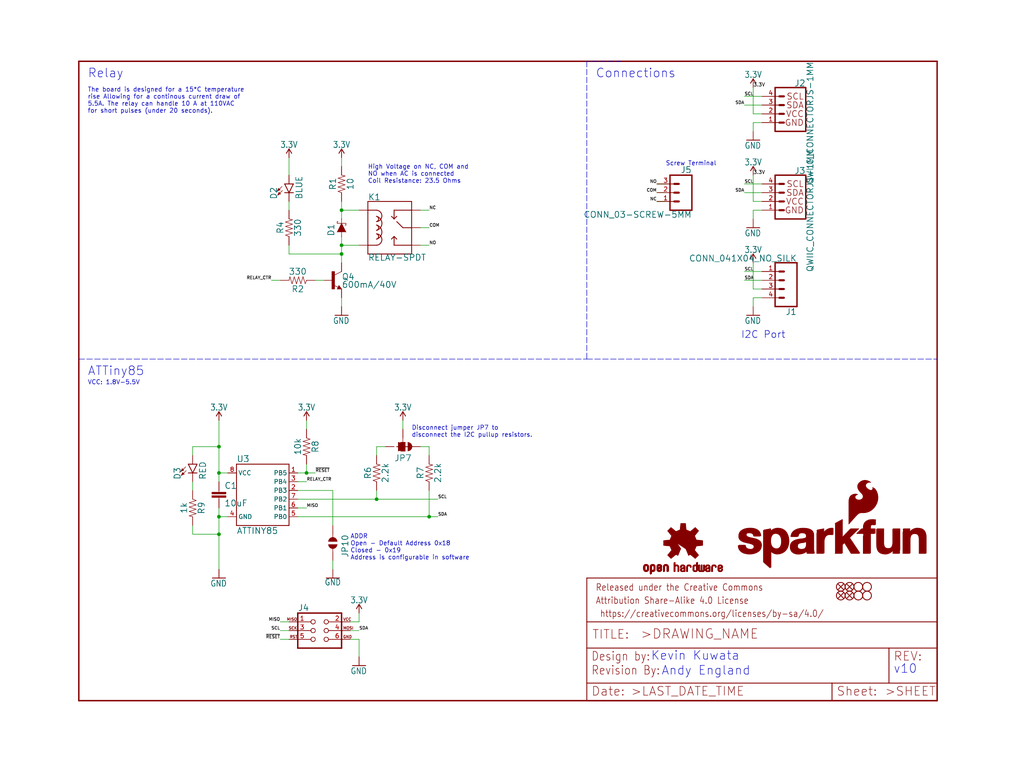
<source format=kicad_sch>
(kicad_sch (version 20211123) (generator eeschema)
  (paper "User" 297.002 223.926)
  (lib_symbols
    (symbol "eagleSchem-eagle-import:10KOHM-0603-1{slash}10W-1%"
      (property "Reference" "R" (at 0 1.524 0))
      (property "Value" "10KOHM-0603-1{slash}10W-1%" (at 0 -1.524 0))
      (symbol "10KOHM-0603-1{slash}10W-1%_1_0"
        (pin passive line (at -5.08 0 0) (length 2.54) (name "1") (number "1"))
        (pin passive line (at 5.08 0 180) (length 2.54) (name "2") (number "2"))
      )
    )
    (symbol "eagleSchem-eagle-import:10OHM-0603-1{slash}10W-5%"
      (property "Reference" "R" (at 0 1.524 0))
      (property "Value" "10OHM-0603-1{slash}10W-5%" (at 0 -1.524 0))
      (symbol "10OHM-0603-1{slash}10W-5%_1_0"
        (pin passive line (at -5.08 0 0) (length 2.54) (name "1") (number "1"))
        (pin passive line (at 5.08 0 180) (length 2.54) (name "2") (number "2"))
      )
    )
    (symbol "eagleSchem-eagle-import:10UF-0603-6.3V-20%"
      (property "Reference" "C" (at 1.524 2.921 0))
      (property "Value" "10UF-0603-6.3V-20%" (at 1.524 -2.159 0))
      (symbol "10UF-0603-6.3V-20%_1_0"
        (pin passive line (at 0 5.08 270) (length 2.54) (name "1") (number "1"))
        (pin passive line (at 0 -2.54 90) (length 2.54) (name "2") (number "2"))
      )
    )
    (symbol "eagleSchem-eagle-import:1KOHM-0603-1{slash}10W-1%"
      (property "Reference" "R" (at 0 1.524 0))
      (property "Value" "1KOHM-0603-1{slash}10W-1%" (at 0 -1.524 0))
      (symbol "1KOHM-0603-1{slash}10W-1%_1_0"
        (pin passive line (at -5.08 0 0) (length 2.54) (name "1") (number "1"))
        (pin passive line (at 5.08 0 180) (length 2.54) (name "2") (number "2"))
      )
    )
    (symbol "eagleSchem-eagle-import:2.2KOHM-0603-1{slash}10W-1%"
      (property "Reference" "R" (at 0 1.524 0))
      (property "Value" "2.2KOHM-0603-1{slash}10W-1%" (at 0 -1.524 0))
      (symbol "2.2KOHM-0603-1{slash}10W-1%_1_0"
        (pin passive line (at -5.08 0 0) (length 2.54) (name "1") (number "1"))
        (pin passive line (at 5.08 0 180) (length 2.54) (name "2") (number "2"))
      )
    )
    (symbol "eagleSchem-eagle-import:3.3V" (power)
      (property "Value" "3.3V" (at 0 2.794 0))
      (symbol "3.3V_1_0"
        (pin power_in line (at 0 0 90) (length 2.54) (name "3.3V") (number "1"))
      )
    )
    (symbol "eagleSchem-eagle-import:330OHM-0603-1{slash}10W-1%"
      (property "Reference" "R" (at 0 1.524 0))
      (property "Value" "330OHM-0603-1{slash}10W-1%" (at 0 -1.524 0))
      (symbol "330OHM-0603-1{slash}10W-1%_1_0"
        (pin passive line (at -5.08 0 0) (length 2.54) (name "1") (number "1"))
        (pin passive line (at 5.08 0 180) (length 2.54) (name "2") (number "2"))
      )
    )
    (symbol "eagleSchem-eagle-import:ATTINY85"
      (property "Reference" "U" (at -7.62 8.128 0))
      (property "Value" "ATTINY85" (at -7.62 -12.7 0))
      (symbol "ATTINY85_1_0"
        (pin bidirectional line (at 10.16 5.08 180) (length 2.54) (name "PB5") (number "1"))
        (pin bidirectional line (at 10.16 0 180) (length 2.54) (name "PB3") (number "2"))
        (pin bidirectional line (at 10.16 2.54 180) (length 2.54) (name "PB4") (number "3"))
        (pin bidirectional line (at -10.16 -7.62 0) (length 2.54) (name "GND") (number "4"))
        (pin bidirectional line (at 10.16 -7.62 180) (length 2.54) (name "PB0") (number "5"))
        (pin bidirectional line (at 10.16 -5.08 180) (length 2.54) (name "PB1") (number "6"))
        (pin bidirectional line (at 10.16 -2.54 180) (length 2.54) (name "PB2") (number "7"))
        (pin bidirectional line (at -10.16 5.08 0) (length 2.54) (name "VCC") (number "8"))
      )
    )
    (symbol "eagleSchem-eagle-import:AVR_SPI_PROG_3X2TESTPOINTS"
      (property "Reference" "J" (at -5.08 5.588 0))
      (property "Value" "AVR_SPI_PROG_3X2TESTPOINTS" (at -5.08 -7.366 0))
      (symbol "AVR_SPI_PROG_3X2TESTPOINTS_1_0"
        (text "GND" (at 8.001 -2.286 0) (effects (font (size 0.8128 0.8128)) (justify left bottom)))
        (text "MISO" (at -5.207 2.794 0) (effects (font (size 0.8128 0.8128)) (justify right bottom)))
        (text "MOSI" (at 8.001 0.254 0) (effects (font (size 0.8128 0.8128)) (justify left bottom)))
        (text "RST" (at -5.08 -2.286 0) (effects (font (size 0.8128 0.8128)) (justify right bottom)))
        (text "SCK" (at -5.207 0.254 0) (effects (font (size 0.8128 0.8128)) (justify right bottom)))
        (text "VCC" (at 8.001 2.794 0) (effects (font (size 0.8128 0.8128)) (justify left bottom)))
        (pin passive inverted (at -7.62 2.54 0) (length 7.62) (name "1") (number "1"))
        (pin passive inverted (at 10.16 2.54 180) (length 7.62) (name "2") (number "2"))
        (pin passive inverted (at -7.62 0 0) (length 7.62) (name "3") (number "3"))
        (pin passive inverted (at 10.16 0 180) (length 7.62) (name "4") (number "4"))
        (pin passive inverted (at -7.62 -2.54 0) (length 7.62) (name "5") (number "5"))
        (pin passive inverted (at 10.16 -2.54 180) (length 7.62) (name "6") (number "6"))
      )
    )
    (symbol "eagleSchem-eagle-import:CONN_03-SCREW-5MM"
      (property "Reference" "J" (at -2.54 5.588 0))
      (property "Value" "CONN_03-SCREW-5MM" (at -2.54 -7.366 0))
      (symbol "CONN_03-SCREW-5MM_1_0"
        (pin passive line (at 7.62 -2.54 180) (length 5.08) (name "1") (number "1"))
        (pin passive line (at 7.62 0 180) (length 5.08) (name "2") (number "2"))
        (pin passive line (at 7.62 2.54 180) (length 5.08) (name "3") (number "3"))
      )
    )
    (symbol "eagleSchem-eagle-import:CONN_041X04_NO_SILK"
      (property "Reference" "J" (at -5.08 8.128 0))
      (property "Value" "CONN_041X04_NO_SILK" (at -5.08 -7.366 0))
      (symbol "CONN_041X04_NO_SILK_1_0"
        (pin passive line (at 5.08 -2.54 180) (length 5.08) (name "1") (number "1"))
        (pin passive line (at 5.08 0 180) (length 5.08) (name "2") (number "2"))
        (pin passive line (at 5.08 2.54 180) (length 5.08) (name "3") (number "3"))
        (pin passive line (at 5.08 5.08 180) (length 5.08) (name "4") (number "4"))
      )
    )
    (symbol "eagleSchem-eagle-import:DIODE-SCHOTTKY-BAT20J"
      (property "Reference" "D" (at -2.54 2.032 0))
      (property "Value" "DIODE-SCHOTTKY-BAT20J" (at -2.54 -2.032 0))
      (symbol "DIODE-SCHOTTKY-BAT20J_1_0"
        (pin passive line (at -2.54 0 0) (length 0) (name "A") (number "A"))
        (pin passive line (at 2.54 0 180) (length 0) (name "C") (number "C"))
      )
    )
    (symbol "eagleSchem-eagle-import:FIDUCIALUFIDUCIAL")
    (symbol "eagleSchem-eagle-import:FRAME-LETTER"
      (symbol "FRAME-LETTER_2_0"
        (text " https://creativecommons.org/licenses/by-sa/4.0/" (at 2.54 24.13 0) (effects (font (size 1.9304 1.6408)) (justify left bottom)))
        (text ">DRAWING_NAME" (at 15.494 17.78 0) (effects (font (size 2.7432 2.7432)) (justify left bottom)))
        (text ">LAST_DATE_TIME" (at 12.7 1.27 0) (effects (font (size 2.54 2.54)) (justify left bottom)))
        (text ">SHEET" (at 86.36 1.27 0) (effects (font (size 2.54 2.54)) (justify left bottom)))
        (text "Attribution Share-Alike 4.0 License" (at 2.54 27.94 0) (effects (font (size 1.9304 1.6408)) (justify left bottom)))
        (text "Date:" (at 1.27 1.27 0) (effects (font (size 2.54 2.54)) (justify left bottom)))
        (text "Design by:" (at 1.27 11.43 0) (effects (font (size 2.54 2.159)) (justify left bottom)))
        (text "Released under the Creative Commons" (at 2.54 31.75 0) (effects (font (size 1.9304 1.6408)) (justify left bottom)))
        (text "REV:" (at 88.9 11.43 0) (effects (font (size 2.54 2.54)) (justify left bottom)))
        (text "Sheet:" (at 72.39 1.27 0) (effects (font (size 2.54 2.54)) (justify left bottom)))
        (text "TITLE:" (at 1.524 17.78 0) (effects (font (size 2.54 2.54)) (justify left bottom)))
      )
    )
    (symbol "eagleSchem-eagle-import:GND" (power)
      (property "Value" "GND" (at -2.54 -2.54 0))
      (symbol "GND_1_0"
        (pin power_in line (at 0 2.54 270) (length 2.54) (name "GND") (number "1"))
      )
    )
    (symbol "eagleSchem-eagle-import:JUMPER-SMT_2_NO_NO-SILK"
      (property "Reference" "JP" (at -2.54 2.54 0))
      (property "Value" "JUMPER-SMT_2_NO_NO-SILK" (at -2.54 -2.54 0))
      (symbol "JUMPER-SMT_2_NO_NO-SILK_1_0"
        (pin passive line (at -5.08 0 0) (length 2.54) (name "1") (number "1"))
        (pin passive line (at 5.08 0 180) (length 2.54) (name "2") (number "2"))
      )
    )
    (symbol "eagleSchem-eagle-import:JUMPER-SMT_3_2-NC_TRACE_NO-SILK"
      (property "Reference" "JP" (at 2.54 0.381 0))
      (property "Value" "JUMPER-SMT_3_2-NC_TRACE_NO-SILK" (at 2.54 -0.381 0))
      (symbol "JUMPER-SMT_3_2-NC_TRACE_NO-SILK_1_0"
        (pin passive line (at 0 5.08 270) (length 2.54) (name "1") (number "1"))
        (pin passive line (at -5.08 0 0) (length 2.54) (name "2") (number "2"))
        (pin passive line (at 0 -5.08 90) (length 2.54) (name "3") (number "3"))
      )
    )
    (symbol "eagleSchem-eagle-import:LED-BLUE0603"
      (property "Reference" "D" (at -3.429 -4.572 90))
      (property "Value" "LED-BLUE0603" (at 1.905 -4.572 90))
      (symbol "LED-BLUE0603_1_0"
        (pin passive line (at 0 2.54 270) (length 2.54) (name "A") (number "A"))
        (pin passive line (at 0 -5.08 90) (length 2.54) (name "C") (number "C"))
      )
    )
    (symbol "eagleSchem-eagle-import:LED-RED0603"
      (property "Reference" "D" (at -3.429 -4.572 90))
      (property "Value" "LED-RED0603" (at 1.905 -4.572 90))
      (symbol "LED-RED0603_1_0"
        (pin passive line (at 0 2.54 270) (length 2.54) (name "A") (number "A"))
        (pin passive line (at 0 -5.08 90) (length 2.54) (name "C") (number "C"))
      )
    )
    (symbol "eagleSchem-eagle-import:OSHW-LOGOMINI")
    (symbol "eagleSchem-eagle-import:QWIIC_CONNECTORJS-1MM"
      (property "Reference" "J" (at -5.08 7.874 0))
      (property "Value" "QWIIC_CONNECTORJS-1MM" (at -5.08 -5.334 0))
      (symbol "QWIIC_CONNECTORJS-1MM_1_0"
        (text "GND" (at -4.572 -2.54 0) (effects (font (size 1.778 1.778)) (justify left)))
        (text "SCL" (at -4.572 5.08 0) (effects (font (size 1.778 1.778)) (justify left)))
        (text "SDA" (at -4.572 2.54 0) (effects (font (size 1.778 1.778)) (justify left)))
        (text "VCC" (at -4.572 0 0) (effects (font (size 1.778 1.778)) (justify left)))
        (pin power_in line (at 7.62 -2.54 180) (length 5.08) (name "1") (number "1"))
        (pin power_in line (at 7.62 0 180) (length 5.08) (name "2") (number "2"))
        (pin passive line (at 7.62 2.54 180) (length 5.08) (name "3") (number "3"))
        (pin passive line (at 7.62 5.08 180) (length 5.08) (name "4") (number "4"))
      )
    )
    (symbol "eagleSchem-eagle-import:RELAY-SPDT"
      (property "Reference" "K" (at -7.62 7.874 0))
      (property "Value" "RELAY-SPDT" (at -7.62 -9.652 0))
      (symbol "RELAY-SPDT_1_0"
        (pin bidirectional line (at 7.62 0 180) (length 2.54) (name "MAIN") (number "1"))
        (pin bidirectional line (at -10.16 5.08 0) (length 2.54) (name "COIL1") (number "2"))
        (pin bidirectional line (at 7.62 -5.08 180) (length 2.54) (name "NO") (number "3"))
        (pin bidirectional line (at 7.62 5.08 180) (length 2.54) (name "NC") (number "4"))
        (pin bidirectional line (at -10.16 -5.08 0) (length 2.54) (name "COIL2") (number "5"))
      )
    )
    (symbol "eagleSchem-eagle-import:REVISION"
      (symbol "REVISION_1_0"
        (text "Revision By: " (at 0 0 0) (effects (font (size 2.54 2.159)) (justify left bottom)))
      )
    )
    (symbol "eagleSchem-eagle-import:SFE_LOGO_NAME.1_INCH")
    (symbol "eagleSchem-eagle-import:SFE_LOGO_NAME_FLAME.1_INCH")
    (symbol "eagleSchem-eagle-import:STAND-OFF")
    (symbol "eagleSchem-eagle-import:TRANS_NPN-MMBT2222AL"
      (property "Reference" "Q" (at 2.54 0 0))
      (property "Value" "TRANS_NPN-MMBT2222AL" (at 2.54 -2.286 0))
      (symbol "TRANS_NPN-MMBT2222AL_1_0"
        (pin passive line (at -2.54 0 0) (length 2.54) (name "B") (number "1"))
        (pin passive line (at 2.54 -5.08 90) (length 2.54) (name "E") (number "2"))
        (pin passive line (at 2.54 5.08 270) (length 2.54) (name "C") (number "3"))
      )
    )
    (symbol "eagleSchem-eagle-import:VCC" (power)
      (property "Value" "VCC" (at 0 2.794 0))
      (symbol "VCC_1_0"
        (pin power_in line (at 0 0 90) (length 2.54) (name "VCC") (number "1"))
      )
    )
  )
  (junction (at 99.06 60.96))
  (junction (at 88.9 137.16))
  (junction (at 63.5 149.86))
  (junction (at 99.06 73.66))
  (junction (at 109.22 144.78))
  (junction (at 99.06 71.12))
  (junction (at 63.5 129.54))
  (junction (at 63.5 137.16))
  (junction (at 63.5 154.94))
  (junction (at 124.46 149.86))
  (wire (pts (xy 218.44 88.9) (xy 218.44 86.36)))
  (wire (pts (xy 101.6 180.34) (xy 104.14 180.34)))
  (wire (pts (xy 124.46 132.08) (xy 124.46 129.54)))
  (wire (pts (xy 83.82 180.34) (xy 81.28 180.34)))
  (wire (pts (xy 63.5 147.32) (xy 63.5 149.86)))
  (wire (pts (xy 55.88 154.94) (xy 55.88 152.4)))
  (wire (pts (xy 121.92 66.04) (xy 124.46 66.04)))
  (wire (pts (xy 193.04 58.42) (xy 190.5 58.42)))
  (wire (pts (xy 83.82 45.72) (xy 83.82 50.8)))
  (wire (pts (xy 220.98 27.94) (xy 215.9 27.94)))
  (wire (pts (xy 218.44 60.96) (xy 218.44 63.5)))
  (wire (pts (xy 83.82 71.12) (xy 83.82 73.66)))
  (wire (pts (xy 83.82 185.42) (xy 81.28 185.42)))
  (wire (pts (xy 109.22 132.08) (xy 109.22 129.54)))
  (wire (pts (xy 99.06 73.66) (xy 99.06 76.2)))
  (wire (pts (xy 220.98 30.48) (xy 215.9 30.48)))
  (wire (pts (xy 55.88 154.94) (xy 63.5 154.94)))
  (wire (pts (xy 96.52 165.1) (xy 96.52 162.56)))
  (wire (pts (xy 86.36 139.7) (xy 88.9 139.7)))
  (wire (pts (xy 63.5 149.86) (xy 63.5 154.94)))
  (wire (pts (xy 86.36 137.16) (xy 88.9 137.16)))
  (wire (pts (xy 63.5 129.54) (xy 63.5 137.16)))
  (wire (pts (xy 101.6 182.88) (xy 104.14 182.88)))
  (wire (pts (xy 83.82 182.88) (xy 81.28 182.88)))
  (wire (pts (xy 93.98 81.28) (xy 91.44 81.28)))
  (wire (pts (xy 101.6 185.42) (xy 104.14 185.42)))
  (wire (pts (xy 121.92 60.96) (xy 124.46 60.96)))
  (wire (pts (xy 218.44 76.2) (xy 218.44 83.82)))
  (wire (pts (xy 86.36 144.78) (xy 109.22 144.78)))
  (wire (pts (xy 220.98 53.34) (xy 215.9 53.34)))
  (wire (pts (xy 104.14 71.12) (xy 99.06 71.12)))
  (wire (pts (xy 218.44 33.02) (xy 220.98 33.02)))
  (polyline (pts (xy 22.86 104.14) (xy 170.18 104.14)))
  (wire (pts (xy 63.5 139.7) (xy 63.5 137.16)))
  (wire (pts (xy 99.06 71.12) (xy 99.06 68.58)))
  (wire (pts (xy 121.92 71.12) (xy 124.46 71.12)))
  (wire (pts (xy 220.98 55.88) (xy 215.9 55.88)))
  (wire (pts (xy 86.36 147.32) (xy 88.9 147.32)))
  (wire (pts (xy 63.5 154.94) (xy 63.5 165.1)))
  (wire (pts (xy 99.06 60.96) (xy 104.14 60.96)))
  (wire (pts (xy 116.84 121.92) (xy 116.84 124.46)))
  (wire (pts (xy 124.46 142.24) (xy 124.46 149.86)))
  (wire (pts (xy 99.06 63.5) (xy 99.06 60.96)))
  (wire (pts (xy 218.44 50.8) (xy 218.44 58.42)))
  (wire (pts (xy 193.04 55.88) (xy 190.5 55.88)))
  (wire (pts (xy 220.98 83.82) (xy 218.44 83.82)))
  (wire (pts (xy 99.06 86.36) (xy 99.06 88.9)))
  (wire (pts (xy 88.9 137.16) (xy 91.44 137.16)))
  (polyline (pts (xy 170.18 104.14) (xy 271.78 104.14)))
  (wire (pts (xy 218.44 35.56) (xy 218.44 38.1)))
  (wire (pts (xy 104.14 185.42) (xy 104.14 190.5)))
  (wire (pts (xy 55.88 129.54) (xy 55.88 132.08)))
  (wire (pts (xy 66.04 149.86) (xy 63.5 149.86)))
  (wire (pts (xy 88.9 134.62) (xy 88.9 137.16)))
  (wire (pts (xy 55.88 139.7) (xy 55.88 142.24)))
  (wire (pts (xy 109.22 129.54) (xy 111.76 129.54)))
  (wire (pts (xy 86.36 142.24) (xy 96.52 142.24)))
  (wire (pts (xy 124.46 129.54) (xy 121.92 129.54)))
  (wire (pts (xy 218.44 58.42) (xy 220.98 58.42)))
  (wire (pts (xy 83.82 58.42) (xy 83.82 60.96)))
  (wire (pts (xy 220.98 86.36) (xy 218.44 86.36)))
  (wire (pts (xy 83.82 73.66) (xy 99.06 73.66)))
  (wire (pts (xy 124.46 149.86) (xy 127 149.86)))
  (wire (pts (xy 220.98 81.28) (xy 215.9 81.28)))
  (wire (pts (xy 220.98 35.56) (xy 218.44 35.56)))
  (wire (pts (xy 66.04 137.16) (xy 63.5 137.16)))
  (wire (pts (xy 99.06 45.72) (xy 99.06 48.26)))
  (wire (pts (xy 55.88 129.54) (xy 63.5 129.54)))
  (wire (pts (xy 88.9 121.92) (xy 88.9 124.46)))
  (wire (pts (xy 193.04 53.34) (xy 190.5 53.34)))
  (wire (pts (xy 78.74 81.28) (xy 81.28 81.28)))
  (wire (pts (xy 109.22 144.78) (xy 127 144.78)))
  (wire (pts (xy 220.98 60.96) (xy 218.44 60.96)))
  (wire (pts (xy 96.52 142.24) (xy 96.52 152.4)))
  (polyline (pts (xy 180.34 17.78) (xy 170.18 17.78)))
  (wire (pts (xy 63.5 121.92) (xy 63.5 129.54)))
  (wire (pts (xy 220.98 78.74) (xy 215.9 78.74)))
  (wire (pts (xy 99.06 71.12) (xy 99.06 73.66)))
  (wire (pts (xy 218.44 25.4) (xy 218.44 33.02)))
  (wire (pts (xy 99.06 58.42) (xy 99.06 60.96)))
  (polyline (pts (xy 170.18 17.78) (xy 170.18 104.14)))
  (wire (pts (xy 109.22 142.24) (xy 109.22 144.78)))
  (wire (pts (xy 104.14 177.8) (xy 104.14 180.34)))
  (wire (pts (xy 86.36 149.86) (xy 124.46 149.86)))
  (text "Disconnect jumper JP7 to\ndisconnect the I2C pullup resistors." (at 119.38 127 0) (effects (font (size 1.27 1.27)) (justify left bottom)))
  (text "I2C Port" (at 214.884 96.012 180) (effects (font (size 2.032 2.032)) (justify left top)))
  (text "VCC: 1.8V-5.5V" (at 25.4 111.76 180) (effects (font (size 1.27 1.27)) (justify left bottom)))
  (text "Connections" (at 172.72 22.86 180) (effects (font (size 2.54 2.54)) (justify left bottom)))
  (text "v10" (at 259.08 195.58 180) (effects (font (size 2.54 2.54)) (justify left bottom)))
  (text "Screw Terminal" (at 193.04 48.26 180) (effects (font (size 1.27 1.27)) (justify left bottom)))
  (text "Relay" (at 25.4 22.86 180) (effects (font (size 2.54 2.54)) (justify left bottom)))
  (text "ADDR\nOpen - Default Address 0x18\nClosed - 0x19\nAddress is configurable in software" (at 101.6 162.56 0) (effects (font (size 1.27 1.27)) (justify left bottom)))
  (text "The board is designed for a 15*C temperature\nrise Allowing for a continous current draw of\n5.5A. The relay can handle 10 A at 110VAC\nfor short pulses (under 20 seconds)." (at 25.4 33.02 0) (effects (font (size 1.27 1.27)) (justify left bottom)))
  (text "Kevin Kuwata" (at 188.722 191.77 180) (effects (font (size 2.54 2.54)) (justify left bottom)))
  (text "Andy England" (at 191.77 196.088 180) (effects (font (size 2.54 2.54)) (justify left bottom)))
  (text "High Voltage on NC, COM and\nNO when AC is connected\nCoil Resistance: 23.5 Ohms" (at 106.68 53.34 0) (effects (font (size 1.27 1.27)) (justify left bottom)))
  (text "ATTiny85" (at 25.4 109.22 180) (effects (font (size 2.54 2.54)) (justify left bottom)))
  (label "SDA" (at 215.9 55.88 180) (effects (font (size 0.889 0.889))))
  (label "MISO" (at 81.28 180.34 180) (effects (font (size 0.889 0.889))))
  (label "NO" (at 190.5 53.34 180) (effects (font (size 0.889 0.889))))
  (label "RELAY_CTR" (at 78.74 81.28 180) (effects (font (size 0.889 0.889))))
  (label "NC" (at 124.46 60.96 0) (effects (font (size 0.889 0.889))))
  (label "MISO" (at 88.9 147.32 0) (effects (font (size 0.889 0.889))))
  (label "COM" (at 124.46 66.04 0) (effects (font (size 0.889 0.889))))
  (label "SDA" (at 215.9 30.48 180) (effects (font (size 0.889 0.889))))
  (label "~{RESET}" (at 91.44 137.16 0) (effects (font (size 0.889 0.889))))
  (label "SDA" (at 215.9 81.28 0) (effects (font (size 0.889 0.889))))
  (label "3.3V" (at 218.44 25.4 0) (effects (font (size 1.016 1.016))))
  (label "SCL" (at 127 144.78 0) (effects (font (size 0.889 0.889))))
  (label "3.3V" (at 218.44 50.8 0) (effects (font (size 1.016 1.016))))
  (label "NO" (at 124.46 71.12 0) (effects (font (size 0.889 0.889))))
  (label "RELAY_CTR" (at 88.9 139.7 0) (effects (font (size 0.889 0.889))))
  (label "NC" (at 190.5 58.42 180) (effects (font (size 0.889 0.889))))
  (label "SCL" (at 215.9 27.94 0) (effects (font (size 0.889 0.889))))
  (label "SDA" (at 127 149.86 0) (effects (font (size 0.889 0.889))))
  (label "SDA" (at 104.14 182.88 0) (effects (font (size 0.889 0.889))))
  (label "SCL" (at 215.9 78.74 0) (effects (font (size 0.889 0.889))))
  (label "COM" (at 190.5 55.88 180) (effects (font (size 0.889 0.889))))
  (label "~{RESET}" (at 81.28 185.42 180) (effects (font (size 0.889 0.889))))
  (label "SCL" (at 215.9 53.34 0) (effects (font (size 0.889 0.889))))
  (label "SCL" (at 81.28 182.88 180) (effects (font (size 0.889 0.889))))
  (symbol (lib_id "eagleSchem-eagle-import:2.2KOHM-0603-1{slash}10W-1%") (at 109.22 137.16 90) (unit 1)
    (property "Reference" "R6" (at 107.696 137.16 0) (effects (font (size 1.778 1.778)) (justify bottom)))
    (property "Value" "2.2k" (at 110.744 137.16 0) (effects (font (size 1.778 1.778)) (justify top)))
    (property "Footprint" "eagleSchem:0603" (effects hide))
  )
  (symbol (lib_id "eagleSchem-eagle-import:FRAME-LETTER") (at 22.86 203.2 0) (unit 1)
    (property "Reference" "FRAME1" (effects hide))
    (property "Value" "FRAME-LETTER" (effects hide))
    (property "Footprint" "eagleSchem:CREATIVE_COMMONS" (effects hide))
  )
  (symbol (lib_id "eagleSchem-eagle-import:TRANS_NPN-MMBT2222AL") (at 96.52 81.28 0) (unit 1)
    (property "Reference" "Q4" (at 99.06 81.28 0) (effects (font (size 1.778 1.778)) (justify left bottom)))
    (property "Value" "600mA/40V" (at 99.06 83.566 0) (effects (font (size 1.778 1.778)) (justify left bottom)))
    (property "Footprint" "eagleSchem:SOT23-3" (effects hide))
  )
  (symbol (lib_id "eagleSchem-eagle-import:FIDUCIALUFIDUCIAL") (at 246.38 172.72 0) (unit 1)
    (property "Reference" "JP9" (effects hide))
    (property "Value" "FIDUCIALUFIDUCIAL" (effects hide))
    (property "Footprint" "eagleSchem:MICRO-FIDUCIAL" (effects hide))
  )
  (symbol (lib_id "eagleSchem-eagle-import:LED-BLUE0603") (at 83.82 53.34 0) (unit 1)
    (property "Reference" "D2" (at 80.391 57.912 90) (effects (font (size 1.778 1.778)) (justify left bottom)))
    (property "Value" "BLUE" (at 85.725 57.912 90) (effects (font (size 1.778 1.778)) (justify left top)))
    (property "Footprint" "eagleSchem:LED-0603" (effects hide))
  )
  (symbol (lib_id "eagleSchem-eagle-import:3.3V") (at 218.44 76.2 0) (unit 1)
    (property "Reference" "#SUPPLY12" (effects hide))
    (property "Value" "3.3V" (at 218.44 73.406 0) (effects (font (size 1.778 1.5113)) (justify bottom)))
    (property "Footprint" "eagleSchem:" (effects hide))
  )
  (symbol (lib_id "eagleSchem-eagle-import:330OHM-0603-1{slash}10W-1%") (at 86.36 81.28 180) (unit 1)
    (property "Reference" "R2" (at 86.36 82.804 0) (effects (font (size 1.778 1.778)) (justify bottom)))
    (property "Value" "330" (at 86.36 79.756 0) (effects (font (size 1.778 1.778)) (justify top)))
    (property "Footprint" "eagleSchem:0603" (effects hide))
  )
  (symbol (lib_id "eagleSchem-eagle-import:GND") (at 104.14 193.04 0) (unit 1)
    (property "Reference" "#GND2" (effects hide))
    (property "Value" "GND" (at 101.6 195.58 0) (effects (font (size 1.778 1.5113)) (justify left bottom)))
    (property "Footprint" "eagleSchem:" (effects hide))
  )
  (symbol (lib_id "eagleSchem-eagle-import:STAND-OFF") (at 248.92 170.18 0) (unit 1)
    (property "Reference" "JP3" (effects hide))
    (property "Value" "STAND-OFF" (effects hide))
    (property "Footprint" "eagleSchem:STAND-OFF" (effects hide))
  )
  (symbol (lib_id "eagleSchem-eagle-import:JUMPER-SMT_2_NO_NO-SILK") (at 96.52 157.48 270) (unit 1)
    (property "Reference" "JP10" (at 99.06 154.94 0) (effects (font (size 1.778 1.778)) (justify left bottom)))
    (property "Value" "JUMPER-SMT_2_NO_NO-SILK" (effects hide))
    (property "Footprint" "eagleSchem:SMT-JUMPER_2_NO_NO-SILK" (effects hide))
  )
  (symbol (lib_id "eagleSchem-eagle-import:OSHW-LOGOMINI") (at 198.12 157.48 0) (unit 1)
    (property "Reference" "LOGO1" (effects hide))
    (property "Value" "OSHW-LOGOMINI" (effects hide))
    (property "Footprint" "eagleSchem:OSHW-LOGO-MINI" (effects hide))
  )
  (symbol (lib_id "eagleSchem-eagle-import:330OHM-0603-1{slash}10W-1%") (at 83.82 66.04 90) (unit 1)
    (property "Reference" "R4" (at 82.296 66.04 0) (effects (font (size 1.778 1.778)) (justify bottom)))
    (property "Value" "330" (at 85.344 66.04 0) (effects (font (size 1.778 1.778)) (justify top)))
    (property "Footprint" "eagleSchem:0603" (effects hide))
  )
  (symbol (lib_id "eagleSchem-eagle-import:STAND-OFF") (at 248.92 172.72 0) (unit 1)
    (property "Reference" "JP4" (effects hide))
    (property "Value" "STAND-OFF" (effects hide))
    (property "Footprint" "eagleSchem:STAND-OFF" (effects hide))
  )
  (symbol (lib_id "eagleSchem-eagle-import:1KOHM-0603-1{slash}10W-1%") (at 55.88 147.32 270) (unit 1)
    (property "Reference" "R9" (at 57.404 147.32 0) (effects (font (size 1.778 1.778)) (justify bottom)))
    (property "Value" "1k" (at 54.356 147.32 0) (effects (font (size 1.778 1.778)) (justify top)))
    (property "Footprint" "eagleSchem:0603" (effects hide))
  )
  (symbol (lib_id "eagleSchem-eagle-import:3.3V") (at 99.06 45.72 0) (unit 1)
    (property "Reference" "#SUPPLY1" (effects hide))
    (property "Value" "3.3V" (at 99.06 42.926 0) (effects (font (size 1.778 1.5113)) (justify bottom)))
    (property "Footprint" "eagleSchem:" (effects hide))
  )
  (symbol (lib_id "eagleSchem-eagle-import:3.3V") (at 83.82 45.72 0) (unit 1)
    (property "Reference" "#SUPPLY2" (effects hide))
    (property "Value" "3.3V" (at 83.82 42.926 0) (effects (font (size 1.778 1.5113)) (justify bottom)))
    (property "Footprint" "eagleSchem:" (effects hide))
  )
  (symbol (lib_id "eagleSchem-eagle-import:QWIIC_CONNECTORJS-1MM") (at 228.6 58.42 0) (mirror y) (unit 1)
    (property "Reference" "J3" (at 233.68 50.546 0) (effects (font (size 1.778 1.778)) (justify left bottom)))
    (property "Value" "QWIIC_CONNECTORJS-1MM" (at 233.934 43.18 90) (effects (font (size 1.778 1.778)) (justify right bottom)))
    (property "Footprint" "eagleSchem:1X04_1MM_RA" (effects hide))
  )
  (symbol (lib_id "eagleSchem-eagle-import:3.3V") (at 88.9 121.92 0) (unit 1)
    (property "Reference" "#SUPPLY10" (effects hide))
    (property "Value" "3.3V" (at 88.9 119.126 0) (effects (font (size 1.778 1.5113)) (justify bottom)))
    (property "Footprint" "eagleSchem:" (effects hide))
  )
  (symbol (lib_id "eagleSchem-eagle-import:AVR_SPI_PROG_3X2TESTPOINTS") (at 91.44 182.88 0) (unit 1)
    (property "Reference" "J4" (at 86.36 177.292 0) (effects (font (size 1.778 1.778)) (justify left bottom)))
    (property "Value" "AVR_SPI_PROG_3X2TESTPOINTS" (effects hide))
    (property "Footprint" "eagleSchem:2X3_TEST_POINTS" (effects hide))
  )
  (symbol (lib_id "eagleSchem-eagle-import:CONN_03-SCREW-5MM") (at 198.12 55.88 0) (mirror y) (unit 1)
    (property "Reference" "J5" (at 200.66 50.292 0) (effects (font (size 1.778 1.778)) (justify left bottom)))
    (property "Value" "CONN_03-SCREW-5MM" (at 200.66 63.246 0) (effects (font (size 1.778 1.778)) (justify left bottom)))
    (property "Footprint" "eagleSchem:SCREWTERMINAL-5MM-3" (effects hide))
  )
  (symbol (lib_id "eagleSchem-eagle-import:ATTINY85") (at 76.2 142.24 0) (unit 1)
    (property "Reference" "U3" (at 68.58 134.112 0) (effects (font (size 1.778 1.778)) (justify left bottom)))
    (property "Value" "ATTINY85" (at 68.58 154.94 0) (effects (font (size 1.778 1.778)) (justify left bottom)))
    (property "Footprint" "eagleSchem:ATTINY85" (effects hide))
  )
  (symbol (lib_id "eagleSchem-eagle-import:SFE_LOGO_NAME_FLAME.1_INCH") (at 213.36 165.1 0) (unit 1)
    (property "Reference" "U$4" (effects hide))
    (property "Value" "SFE_LOGO_NAME_FLAME.1_INCH" (effects hide))
    (property "Footprint" "eagleSchem:SFE_LOGO_NAME_FLAME_.1" (effects hide))
  )
  (symbol (lib_id "eagleSchem-eagle-import:FIDUCIALUFIDUCIAL") (at 246.38 170.18 0) (unit 1)
    (property "Reference" "JP6" (effects hide))
    (property "Value" "FIDUCIALUFIDUCIAL" (effects hide))
    (property "Footprint" "eagleSchem:MICRO-FIDUCIAL" (effects hide))
  )
  (symbol (lib_id "eagleSchem-eagle-import:STAND-OFF") (at 251.46 170.18 0) (unit 1)
    (property "Reference" "JP1" (effects hide))
    (property "Value" "STAND-OFF" (effects hide))
    (property "Footprint" "eagleSchem:STAND-OFF" (effects hide))
  )
  (symbol (lib_id "eagleSchem-eagle-import:3.3V") (at 116.84 121.92 0) (unit 1)
    (property "Reference" "#SUPPLY9" (effects hide))
    (property "Value" "3.3V" (at 116.84 119.126 0) (effects (font (size 1.778 1.5113)) (justify bottom)))
    (property "Footprint" "eagleSchem:" (effects hide))
  )
  (symbol (lib_id "eagleSchem-eagle-import:FIDUCIALUFIDUCIAL") (at 243.84 172.72 0) (unit 1)
    (property "Reference" "JP8" (effects hide))
    (property "Value" "FIDUCIALUFIDUCIAL" (effects hide))
    (property "Footprint" "eagleSchem:MICRO-FIDUCIAL" (effects hide))
  )
  (symbol (lib_id "eagleSchem-eagle-import:10UF-0603-6.3V-20%") (at 63.5 144.78 0) (unit 1)
    (property "Reference" "C1" (at 65.024 141.859 0) (effects (font (size 1.778 1.778)) (justify left bottom)))
    (property "Value" "10uF" (at 65.024 146.939 0) (effects (font (size 1.778 1.778)) (justify left bottom)))
    (property "Footprint" "eagleSchem:0603" (effects hide))
  )
  (symbol (lib_id "eagleSchem-eagle-import:GND") (at 218.44 91.44 0) (unit 1)
    (property "Reference" "#GND8" (effects hide))
    (property "Value" "GND" (at 215.9 93.98 0) (effects (font (size 1.778 1.5113)) (justify left bottom)))
    (property "Footprint" "eagleSchem:" (effects hide))
  )
  (symbol (lib_id "eagleSchem-eagle-import:GND") (at 99.06 91.44 0) (unit 1)
    (property "Reference" "#GND1" (effects hide))
    (property "Value" "GND" (at 96.52 93.98 0) (effects (font (size 1.778 1.5113)) (justify left bottom)))
    (property "Footprint" "eagleSchem:" (effects hide))
  )
  (symbol (lib_id "eagleSchem-eagle-import:STAND-OFF") (at 251.46 172.72 0) (unit 1)
    (property "Reference" "JP5" (effects hide))
    (property "Value" "STAND-OFF" (effects hide))
    (property "Footprint" "eagleSchem:STAND-OFF" (effects hide))
  )
  (symbol (lib_id "eagleSchem-eagle-import:CONN_041X04_NO_SILK") (at 226.06 81.28 180) (unit 1)
    (property "Reference" "J1" (at 231.14 89.408 0) (effects (font (size 1.778 1.778)) (justify left bottom)))
    (property "Value" "CONN_041X04_NO_SILK" (at 231.14 73.914 0) (effects (font (size 1.778 1.778)) (justify left bottom)))
    (property "Footprint" "eagleSchem:1X04_NO_SILK" (effects hide))
  )
  (symbol (lib_id "eagleSchem-eagle-import:FRAME-LETTER") (at 170.18 203.2 0) (unit 2)
    (property "Reference" "FRAME1" (effects hide))
    (property "Value" "FRAME-LETTER" (effects hide))
    (property "Footprint" "eagleSchem:CREATIVE_COMMONS" (effects hide))
  )
  (symbol (lib_id "eagleSchem-eagle-import:3.3V") (at 63.5 121.92 0) (unit 1)
    (property "Reference" "#SUPPLY4" (effects hide))
    (property "Value" "3.3V" (at 63.5 119.126 0) (effects (font (size 1.778 1.5113)) (justify bottom)))
    (property "Footprint" "eagleSchem:" (effects hide))
  )
  (symbol (lib_id "eagleSchem-eagle-import:FIDUCIALUFIDUCIAL") (at 243.84 170.18 0) (unit 1)
    (property "Reference" "JP2" (effects hide))
    (property "Value" "FIDUCIALUFIDUCIAL" (effects hide))
    (property "Footprint" "eagleSchem:MICRO-FIDUCIAL" (effects hide))
  )
  (symbol (lib_id "eagleSchem-eagle-import:SFE_LOGO_NAME.1_INCH") (at 212.344 164.592 0) (unit 1)
    (property "Reference" "U$3" (effects hide))
    (property "Value" "SFE_LOGO_NAME.1_INCH" (effects hide))
    (property "Footprint" "eagleSchem:SFE_LOGO_NAME_.1" (effects hide))
  )
  (symbol (lib_id "eagleSchem-eagle-import:DIODE-SCHOTTKY-BAT20J") (at 99.06 66.04 90) (unit 1)
    (property "Reference" "D1" (at 97.028 68.58 0) (effects (font (size 1.778 1.778)) (justify left bottom)))
    (property "Value" "1A/23V/620mV" (effects hide))
    (property "Footprint" "eagleSchem:SOD-323" (effects hide))
  )
  (symbol (lib_id "eagleSchem-eagle-import:VCC") (at 218.44 50.8 0) (unit 1)
    (property "Reference" "#SUPPLY7" (effects hide))
    (property "Value" "3.3V" (at 218.44 48.006 0) (effects (font (size 1.778 1.5113)) (justify bottom)))
    (property "Footprint" "eagleSchem:" (effects hide))
  )
  (symbol (lib_id "eagleSchem-eagle-import:GND") (at 96.52 167.64 0) (unit 1)
    (property "Reference" "#GND9" (effects hide))
    (property "Value" "GND" (at 96.52 167.894 0) (effects (font (size 1.778 1.5113)) (justify top)))
    (property "Footprint" "eagleSchem:" (effects hide))
  )
  (symbol (lib_id "eagleSchem-eagle-import:3.3V") (at 104.14 177.8 0) (unit 1)
    (property "Reference" "#SUPPLY8" (effects hide))
    (property "Value" "3.3V" (at 104.14 175.006 0) (effects (font (size 1.778 1.5113)) (justify bottom)))
    (property "Footprint" "eagleSchem:" (effects hide))
  )
  (symbol (lib_id "eagleSchem-eagle-import:LED-RED0603") (at 55.88 134.62 0) (unit 1)
    (property "Reference" "D3" (at 52.451 139.192 90) (effects (font (size 1.778 1.778)) (justify left bottom)))
    (property "Value" "RED" (at 57.785 139.192 90) (effects (font (size 1.778 1.778)) (justify left top)))
    (property "Footprint" "eagleSchem:LED-0603" (effects hide))
  )
  (symbol (lib_id "eagleSchem-eagle-import:GND") (at 218.44 66.04 0) (unit 1)
    (property "Reference" "#GND6" (effects hide))
    (property "Value" "GND" (at 215.9 68.58 0) (effects (font (size 1.778 1.5113)) (justify left bottom)))
    (property "Footprint" "eagleSchem:" (effects hide))
  )
  (symbol (lib_id "eagleSchem-eagle-import:10OHM-0603-1{slash}10W-5%") (at 99.06 53.34 90) (unit 1)
    (property "Reference" "R1" (at 97.536 53.34 0) (effects (font (size 1.778 1.778)) (justify bottom)))
    (property "Value" "10" (at 100.584 53.34 0) (effects (font (size 1.778 1.778)) (justify top)))
    (property "Footprint" "eagleSchem:0603" (effects hide))
  )
  (symbol (lib_id "eagleSchem-eagle-import:10KOHM-0603-1{slash}10W-1%") (at 88.9 129.54 270) (unit 1)
    (property "Reference" "R8" (at 90.424 129.54 0) (effects (font (size 1.778 1.778)) (justify bottom)))
    (property "Value" "10k" (at 87.376 129.54 0) (effects (font (size 1.778 1.778)) (justify top)))
    (property "Footprint" "eagleSchem:0603" (effects hide))
  )
  (symbol (lib_id "eagleSchem-eagle-import:VCC") (at 218.44 25.4 0) (unit 1)
    (property "Reference" "#SUPPLY6" (effects hide))
    (property "Value" "3.3V" (at 218.44 22.606 0) (effects (font (size 1.778 1.5113)) (justify bottom)))
    (property "Footprint" "eagleSchem:" (effects hide))
  )
  (symbol (lib_id "eagleSchem-eagle-import:REVISION") (at 171.45 195.834 0) (unit 1)
    (property "Reference" "LOGO2" (effects hide))
    (property "Value" "REVISION" (effects hide))
    (property "Footprint" "eagleSchem:REVISION" (effects hide))
  )
  (symbol (lib_id "eagleSchem-eagle-import:QWIIC_CONNECTORJS-1MM") (at 228.6 33.02 0) (mirror y) (unit 1)
    (property "Reference" "J2" (at 233.68 25.146 0) (effects (font (size 1.778 1.778)) (justify left bottom)))
    (property "Value" "QWIIC_CONNECTORJS-1MM" (at 233.934 17.78 90) (effects (font (size 1.778 1.778)) (justify right bottom)))
    (property "Footprint" "eagleSchem:1X04_1MM_RA" (effects hide))
  )
  (symbol (lib_id "eagleSchem-eagle-import:GND") (at 218.44 40.64 0) (unit 1)
    (property "Reference" "#GND4" (effects hide))
    (property "Value" "GND" (at 215.9 43.18 0) (effects (font (size 1.778 1.5113)) (justify left bottom)))
    (property "Footprint" "eagleSchem:" (effects hide))
  )
  (symbol (lib_id "eagleSchem-eagle-import:JUMPER-SMT_3_2-NC_TRACE_NO-SILK") (at 116.84 129.54 270) (unit 1)
    (property "Reference" "JP7" (at 114.3 133.858 90) (effects (font (size 1.778 1.778)) (justify left bottom)))
    (property "Value" "JUMPER-SMT_3_2-NC_TRACE_NO-SILK" (effects hide))
    (property "Footprint" "eagleSchem:SMT-JUMPER_3_2-NC_TRACE_NO-SILK" (effects hide))
  )
  (symbol (lib_id "eagleSchem-eagle-import:2.2KOHM-0603-1{slash}10W-1%") (at 124.46 137.16 90) (unit 1)
    (property "Reference" "R7" (at 122.936 137.16 0) (effects (font (size 1.778 1.778)) (justify bottom)))
    (property "Value" "2.2k" (at 125.984 137.16 0) (effects (font (size 1.778 1.778)) (justify top)))
    (property "Footprint" "eagleSchem:0603" (effects hide))
  )
  (symbol (lib_id "eagleSchem-eagle-import:GND") (at 63.5 167.64 0) (unit 1)
    (property "Reference" "#GND3" (effects hide))
    (property "Value" "GND" (at 60.96 170.18 0) (effects (font (size 1.778 1.5113)) (justify left bottom)))
    (property "Footprint" "eagleSchem:" (effects hide))
  )
  (symbol (lib_id "eagleSchem-eagle-import:RELAY-SPDT") (at 114.3 66.04 0) (unit 1)
    (property "Reference" "K1" (at 106.68 58.166 0) (effects (font (size 1.778 1.778)) (justify left bottom)))
    (property "Value" "RELAY-SPDT" (at 106.68 75.692 0) (effects (font (size 1.778 1.778)) (justify left bottom)))
    (property "Footprint" "eagleSchem:RELAY_G5LE" (effects hide))
  )
)
</source>
